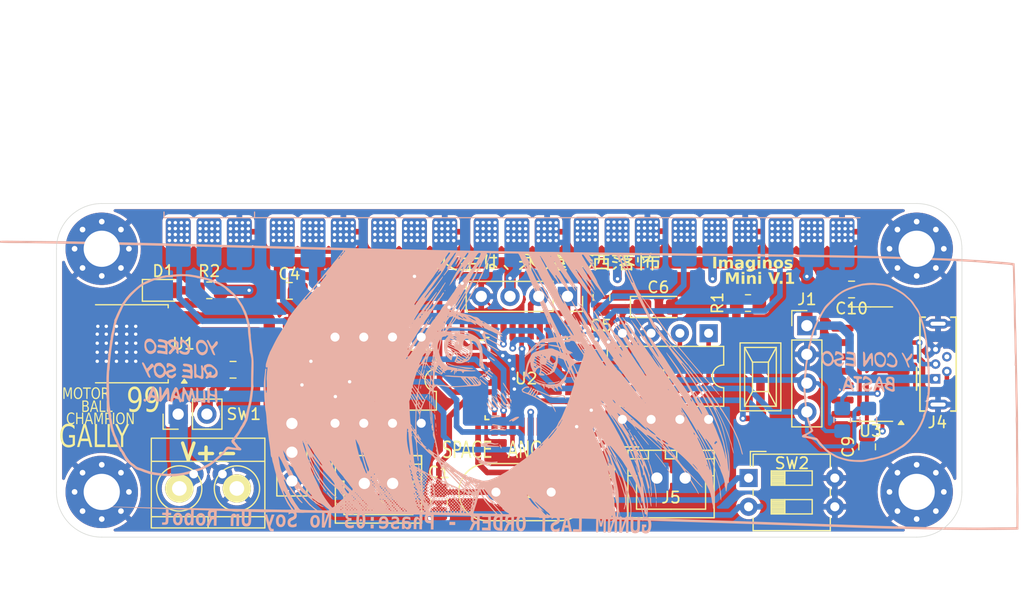
<source format=kicad_pcb>
(kicad_pcb (version 20240108) (generator "pcbnew") (generator_version "8.0")
  (layers (0 "F.Cu" signal) (31 "B.Cu" signal) (34 "B.Paste" user) (35 "F.Paste" user) (36 "B.SilkS" user "B.Silkscreen") (37 "F.SilkS" user "F.Silkscreen") (38 "B.Mask" user) (39 "F.Mask" user) (44 "Edge.Cuts" user))
  (net 0 "")
  (net 1 "/XTAL1")
  (net 2 "GND")
  (net 3 "/XTAL2")
  (net 4 "Net-(SW1-B)")
  (net 5 "+5V")
  (net 6 "VCC")
  (net 7 "Net-(D1-A)")
  (net 8 "TXD")
  (net 9 "RXD")
  (net 10 "/SCL")
  (net 11 "/SDA")
  (net 12 "/SENSOR1")
  (net 13 "/OUTM1A")
  (net 14 "/OUTM1B")
  (net 15 "/OUTM2B")
  (net 16 "/OUTM2A")
  (net 17 "/SENSOR2")
  (net 18 "/SENSOR5")
  (net 19 "/SENSOR6")
  (net 20 "/SENSOR3")
  (net 21 "/SENSOR4")
  (net 22 "/SENSOR7")
  (net 23 "/SERVO")
  (net 24 "/RESET")
  (net 25 "/M1A")
  (net 26 "/M1B")
  (net 28 "/M2A")
  (net 31 "/M2B")
  (net 34 "/DIP1")
  (net 35 "/DIP2")
  (net 36 "Net-(U3-V3)")
  (net 42 "/Programador/D+")
  (net 44 "/Programador/D-")
  (net 49 "Net-(U3-TXD)")
  (net 50 "Net-(U3-RXD)")
  (footprint "Capacitor_SMD:C_0805_2012Metric_Pad1.18x1.45mm_HandSolder" (layer "F.Cu") (at 125.5 84.2 -90)
    (property "Reference" "C2")
    (property "Value" "22pF")
  )
  (footprint "Library:Smd pad vias x3" (layer "F.Cu") (at 111.15 62.55 -90)
    (property "Reference" "J11" (hide yes))
    (property "Value" "SENSOR4")
  )
  (footprint "MountingHole:MountingHole_3.2mm_M3_Pad_Via" (layer "F.Cu") (at 81 83.25)
    (property "Reference" "H3")
    (property "Value" "MountingHole_Pad" (hide yes))
  )
  (footprint "Package_DIP:DIP-8_W7.62mm" (layer "F.Cu") (at 109.23 69.56 -90)
    (property "Reference" "U5")
    (property "Value" "TA6586")
  )
  (footprint "Resistor_SMD:R_0805_2012Metric_Pad1.20x1.40mm_HandSolder" (layer "F.Cu") (at 90.5 65.425 180)
    (property "Reference" "R2")
    (property "Value" "300")
  )
  (footprint "Library:Smd pad vias x3" (layer "F.Cu") (at 129.05 62.5 -90)
    (property "Reference" "J10" (hide yes))
    (property "Value" "SENSOR3")
  )
  (footprint "Library:Smd pad vias x3" (layer "F.Cu") (at 102.19 62.55 -90)
    (property "Reference" "J7" (hide yes))
    (property "Value" "SENSOR2")
  )
  (footprint "Connector_PinHeader_2.54mm:PinHeader_1x04_P2.54mm_Vertical" (layer "F.Cu") (at 143.3 68.55)
    (property "Reference" "J1")
    (property "Value" "FTDI 232RL")
  )
  (footprint "Library:Smd pad vias x3" (layer "F.Cu") (at 137.7 62.53 -90)
    (property "Reference" "J9" (hide yes))
    (property "Value" "SENSOR6")
  )
  (footprint "Crystal:Crystal_HC49-4H_Vertical" (layer "F.Cu") (at 115.83 83.27)
    (property "Reference" "Y1")
    (property "Value" "16MHz")
  )
  (footprint "Capacitor_SMD:C_0805_2012Metric_Pad1.18x1.45mm_HandSolder" (layer "F.Cu") (at 125.15 66.05 90)
    (property "Reference" "C5")
    (property "Value" "0.1uF")
  )
  (footprint "Connector_PinHeader_2.54mm:PinHeader_1x02_P2.54mm_Vertical" (layer "F.Cu") (at 87.75 76.375 90)
    (property "Reference" "SW1")
    (property "Value" "SW_SPST")
  )
  (footprint "Package_SO:SOIC-16_3.9x9.9mm_P1.27mm" (layer "F.Cu") (at 148.925 71.95 180)
    (property "Reference" "U3")
    (property "Value" "CH340C")
  )
  (footprint "MountingHole:MountingHole_3.2mm_M3_Pad_Via" (layer "F.Cu") (at 81 61.75)
    (property "Reference" "H1")
    (property "Value" "MountingHole_Pad" (hide yes))
  )
  (footprint "Capacitor_Tantalum_SMD:CP_EIA-3216-18_Kemet-A_Pad1.58x1.35mm_HandSolder" (layer "F.Cu") (at 104.65 66.6)
    (property "Reference" "C8")
    (property "Value" "100uF")
  )
  (footprint "Capacitor_SMD:C_0805_2012Metric_Pad1.18x1.45mm_HandSolder" (layer "F.Cu") (at 148.625 79.2625 90)
    (property "Reference" "C9")
    (property "Value" "C")
  )
  (footprint "Library:Smd pad vias x3" (layer "F.Cu") (at 93 62.55 -90)
    (property "Reference" "J3" (hide yes))
    (property "Value" "SENSOR1")
  )
  (footprint "EESTN5:Pulsador_SMD_2_BAJO" (layer "F.Cu") (at 139.2 73.075 -90)
    (property "Reference" "SW_BOOT1" (hide yes))
    (property "Value" "SW_Push" (hide yes))
  )
  (footprint "Package_DIP:DIP-8_W7.62mm" (layer "F.Cu") (at 134.62 69.22 -90)
    (property "Reference" "U4")
    (property "Value" "TA6586")
  )
  (footprint "MountingHole:MountingHole_3.2mm_M3_Pad_Via" (layer "F.Cu") (at 153 61.75)
    (property "Reference" "H4")
    (property "Value" "MountingHole_Pad" (hide yes))
  )
  (footprint "Connector_JST:JST_XH_B2B-XH-A_1x02_P2.50mm_Vertical" (layer "F.Cu") (at 104.2 82.5)
    (property "Reference" "J6")
    (property "Value" "Motor 1")
  )
  (footprint "Capacitor_SMD:C_0805_2012Metric_Pad1.18x1.45mm_HandSolder" (layer "F.Cu") (at 97.725 69.4 90)
    (property "Reference" "C7")
    (property "Value" "0.1uF")
  )
  (footprint "Capacitor_Tantalum_SMD:CP_EIA-3216-18_Kemet-A_Pad1.58x1.35mm_HandSolder" (layer "F.Cu") (at 130.2 66.9)
    (property "Reference" "C6")
    (property "Value" "100uF")
  )
  (footprint "Package_TO_SOT_SMD:TO-252-2" (layer "F.Cu") (at 83.56 70.15 180)
    (property "Reference" "U1")
    (property "Value" "L7805")
  )
  (footprint "MountingHole:MountingHole_3.2mm_M3_Pad_Via" (layer "F.Cu") (at 153 83.25)
    (property "Reference" "H2")
    (property "Value" "MountingHole_Pad" (hide yes))
  )
  (footprint "EESTN5:TQFP-32_7x7mm_Pitch0.8mm" (layer "F.Cu") (at 118.5 73.225)
    (property "Reference" "U2")
    (property "Value" "ATMEGA328P-AU")
  )
  (footprint "Capacitor_SMD:C_0805_2012Metric_Pad1.18x1.45mm_HandSolder" (layer "F.Cu") (at 147.25 65.35 180)
    (property "Reference" "C10")
    (property "Value" "C")
  )
  (footprint "Connector_USB:USB_Micro-B_Wuerth_614105150721_Vertical" (layer "F.Cu") (at 154.67 73.25 90)
    (property "Reference" "J4")
    (property "Value" "USB_B_Micro" (hide yes))
  )
  (footprint "LED_SMD:LED_0805_2012Metric_Pad1.15x1.40mm_HandSolder" (layer "F.Cu") (at 86.45 65.425)
    (property "Reference" "D1")
    (property "Value" "LED")
  )
  (footprint "Capacitor_SMD:C_0805_2012Metric_Pad1.18x1.45mm_HandSolder" (layer "F.Cu") (at 92.6 72.45)
    (property "Reference" "C3" (hide yes))
    (property "Value" "10uF")
  )
  (footprint "Connector_JST:JST_XH_B2B-XH-A_1x02_P2.50mm_Vertical" (layer "F.Cu") (at 130.05 82.025)
    (property "Reference" "J5")
    (property "Value" "Motor2")
  )
  (footprint "Capacitor_SMD:C_0805_2012Metric_Pad1.18x1.45mm_HandSolder" (layer "F.Cu") (at 97.575 65.475)
    (property "Reference" "C4")
    (property "Value" "22uF")
  )
  (footprint "EESTN5:BORNERA2_DUO" (layer "F.Cu") (at 90.395 82.945)
    (property "Reference" "JE1" (hide yes))
    (property "Value" "V+-")
  )
  (footprint "Library:Smd pad vias x3" (layer "F.Cu") (at 120.2 62.55 -90)
    (property "Reference" "J8" (hide yes))
    (property "Value" "SENSOR5")
  )
  (footprint "Button_Switch_THT:SW_DIP_SPSTx02_Slide_6.7x6.64mm_W7.62mm_P2.54mm_LowProfile" (layer "F.Cu") (at 138.15 82.025)
    (property "Reference" "SW2")
    (property "Value" "SW_DIP_x02" (hide yes))
  )
  (footprint "Library:Smd pad vias x3" (layer "F.Cu") (at 146.25 62.55 -90)
    (property "Reference" "J12" (hide yes))
    (property "Value" "SENSOR7")
  )
  (footprint "Connector_PinSocket_2.54mm:PinSocket_1x04_P2.54mm_Vertical" (layer "F.Cu") (at 122.15 65.96 -90)
    (property "Reference" "J2" (hide yes))
    (property "Value" "SDD1036")
  )
  (footprint "Capacitor_SMD:C_0805_2012Metric_Pad1.18x1.45mm_HandSolder" (layer "F.Cu") (at 110.79 84.15 -90)
    (property "Reference" "C1")
    (property "Value" "22pF")
  )
  (footprint "Resistor_SMD:R_0805_2012Metric_Pad1.20x1.40mm_HandSolder" (layer "F.Cu") (at 138.1 66.55 180)
    (property "Reference" "R1")
    (property "Value" "10K" (hide yes))
  )
  (footprint "Connector_PinSocket_2.54mm:PinSocket_1x03_P2.54mm_Vertical" (layer "F.Cu") (at 97.8 77.2)
    (property "Reference" "J14")
    (property "Value" "SERVO")
  )
  (footprint "Resistor_SMD:R_0805_2012Metric_Pad1.20x1.40mm_HandSolder" (layer "B.Cu") (at 148.725 76.875 90)
    (property "Reference" "R3" (hide yes))
    (property "Value" "R")
  )
  (footprint "Resistor_SMD:R_0805_2012Metric_Pad1.20x1.40mm_HandSolder" (layer "B.Cu") (at 146.425 76.875 90)
    (property "Reference" "R4" (hide yes))
    (property "Value" "R")
  )
  (footprint "Library:Im Human" (layer "B.Cu") (at 116.888704 73.454491 180)
    (property "Reference" "G***" (hide yes))
    (property "Value" "LOGO" (hide yes))
  )
  (gr_line (start 94.5 59) (end 86.5 59) (stroke (width 0.1)) (layer "B.SilkS"))
  (gr_line (start 94.5 58.5) (end 94.5 59) (stroke (width 0.1)) (layer "B.SilkS"))
  (gr_line (start 94.5 59) (end 148 59) (stroke (width 0.1)) (layer "B.SilkS"))
  (gr_line (start 86.5 59) (end 86.5 58.5) (stroke (width 0.1)) (layer "B.SilkS"))
  (gr_line (start 77 61.75) (end 77 83.25) (stroke (width 0.05)) (layer "Edge.Cuts"))
  (gr_line (start 153 87.25) (end 81 87.25) (stroke (width 0.05)) (layer "Edge.Cuts"))
  (gr_arc (start 157 83.25) (mid 155.828427 86.078427) (end 153 87.25) (stroke (width 0.05)) (layer "Edge.Cuts"))
  (gr_arc (start 81 87.25) (mid 78.171573 86.078427) (end 77 83.25) (stroke (width 0.05)) (layer "Edge.Cuts"))
  (gr_line (start 81 57.75) (end 153 57.75) (stroke (width 0.05)) (layer "Edge.Cuts"))
  (gr_arc (start 77 61.75) (mid 78.171573 58.921573) (end 81 57.75) (stroke (width 0.05)) (layer "Edge.Cuts"))
  (gr_line (start 157 61.75) (end 157 83.25) (stroke (width 0.05)) (layer "Edge.Cuts"))
  (gr_arc (start 153 57.75) (mid 155.828427 58.921573) (end 157 61.75) (stroke (width 0.05)) (layer "Edge.Cuts"))
  (gr_text "GUNNM LAST ORDER - Phase:03 No Soy Un Robot" (at 129.64 87.15 359) (layer "B.SilkS") (effects (font (size 1.4 1.2) (thickness 0.2) (bold yes) (italic yes)) (justify left bottom mirror)))
  (gr_text "Imaginos \n" (at 134.9 63.65 0) (layer "F.SilkS") (effects (font (size 1 1) (thickness 0.2) (bold yes)) (justify left bottom)))
  (gr_text "MOTOR\n" (at 77.5 75.2 0) (layer "F.SilkS") (effects (font (size 1 0.8) (thickness 0.1) (italic yes)) (justify left bottom)))
  (gr_text "SPACE   ANGELS" (at 111.075 80.5 0) (layer "F.SilkS") (effects (font (size 1.5 1) (thickness 0.125) (italic yes)) (justify left bottom)))
  (gr_text "99" (at 83.175 76.525 0) (layer "F.SilkS") (effects (font (size 2.15 1.7) (thickness 0.1)) (justify left bottom)))
  (gr_text "CHAMPION\n" (at 77.85 77.425 0) (layer "F.SilkS") (effects (font (size 1 0.8) (thickness 0.1) (italic yes)) (justify left bottom)))
  (gr_text "BALL" (at 79.175 76.35 0) (layer "F.SilkS") (effects (font (size 1 0.8) (thickness 0.1) (italic yes)) (justify left bottom)))
  (gr_text "Mini V.1" (at 136.025 65.025 0) (layer "F.SilkS") (effects (font (size 1 1) (thickness 0.2) (bold yes)) (justify left bottom)))
  (gr_text "GALLY" (at 77.225 79.625 0) (layer "F.SilkS") (effects (font (size 2 1.45) (thickness 0.1) (italic yes)) (justify left bottom)))
  (gr_text "私の人生は、永遠の洒落怖" (at 106.34 63.77 0) (layer "F.SilkS") (effects (font (size 1.25 1.5) (thickness 0.15625)) (justify left bottom)))
  (segment (start 110.9475 83.27) (end 115.83 83.27) (width 0.5) (layer "F.Cu") (net 1))
  (segment (start 110.79 80.79) (end 110.79 82.9225) (width 0.5) (layer "F.Cu") (net 1))
  (segment (start 114.25 75.225) (end 113.075 75.225) (width 0.5) (layer "F.Cu") (net 1))
  (segment (start 111.7 79.88) (end 110.79 80.79) (width 0.5) (layer "F.Cu") (net 1))
  (segment (start 110.79 83.1125) (end 110.9475 83.27) (width 0.5) (layer "F.Cu") (net 1))
  (segment (start 113.075 75.225) (end 111.7 76.6) (width 0.5) (layer "F.Cu") (net 1))
  (segment (start 111.7 76.6) (end 111.7 79.88) (width 0.5) (layer "F.Cu") (net 1))
  (segment (start 116.05 67.48) (end 117.3 67.48) (width 0.2) (layer "F.Cu") (net 2))
  (segment (start 114.53 65.96) (end 114.53 69.08) (width 0.2) (layer "F.Cu") (net 2))
  (segment (start 118.32 66.472182) (end 118.32 65.03) (width 0.2) (layer "F.Cu") (net 2))
  (segment (start 114.53 65.96) (end 116.05 67.48) (width 0.2) (layer "F.Cu") (net 2))
  (segment (start 117.312182 67.48) (end 118.071091 66.721091) (width 0.2) (layer "F.Cu") (net 2))
  (segment (start 118.37 66.26) (end 118.35 66.28) (width 0.2) (layer "F.Cu") (net 2))
  (segment (start 117.3 67.48) (end 117.312182 67.48) (width 0.2) (layer "F.Cu") (net 2))
  (segment (start 114.53 69.08) (end 114.57 69.12) (width 0.2) (layer "F.Cu") (net 2))
  (via (at 83.2 71.7) (size 0.6) (drill 0.3) (layers "F.Cu" "B.Cu") (net 2))
  (via (at 81.4 70.1) (size 0.6) (drill 0.3) (layers "F.Cu" "B.Cu") (net 2))
  (via (at 83.2 70.1) (size 0.6) (drill 0.3) (layers "F.Cu" "B.Cu") (net 2))
  (via (at 84 69.3) (size 0.6) (drill 0.3) (layers "F.Cu" "B.Cu") (net 2))
  (via (at 80.654072 68.608178) (size 0.6) (drill 0.3) (layers "F.Cu" "B.Cu") (net 2))
  (via (at 82.3 68.608178) (size 0.6) (drill 0.3) (layers "F.Cu" "B.Cu") (net 2))
  (via (at 82.3 70.9) (size 0.6) (drill 0.3) (layers "F.Cu" "B.Cu") (net 2))
  (via (at 81.4 70.9) (size 0.6) (drill 0.3) (layers "F.Cu" "B.Cu") (net 2))
  (via (at 117.32 72.38) (size 0.6) (drill 0.3) (layers "F.Cu" "B.Cu") (net 2))
  (via (at 117.41 73.24) (size 0.6) (drill 0.3) (layers "F.Cu" "B.Cu") (net 2))
  (via (at 83.2 68.608178) (size 0.6) (drill 0.3) (layers "F.Cu" "B.Cu") (net 2))
  (via (at 84 71.7) (size 0.6) (drill 0.3) (layers "F.Cu" "B.Cu") (net 2))
  (via (at 80.6 71.7) (size 0.6) (drill 0.3) (layers "F.Cu" "B.Cu") (net 2))
  (via (at 80.6 69.3) (size 0.6) (drill 0.3) (layers "F.Cu" "B.Cu") (net 2))
  (via (at 84 70.9) (size 0.6) (drill 0.3) (layers "F.Cu" "B.Cu") (net 2))
  (via (at 116.43 71.2) (size 0.6) (drill 0.3) (layers "F.Cu" "B.Cu") (net 2))
  (via (at 82.3 71.7) (size 0.6) (drill 0.3) (layers "F.Cu" "B.Cu") (net 2))
  (via (at 80.6 70.1) (size 0.6) (drill 0.3) (layers "F.Cu" "B.Cu") (net 2))
  (via (at 81.4 71.7) (size 0.6) (drill 0.3) (layers "F.Cu" "B.Cu") (net 2))
  (via (at 83.2 69.3) (size 0.6) (drill 0.3) (layers "F.Cu" "B.Cu") (net 2))
  (via (at 117.46 74.16) (size 0.6) (drill 0.3) (layers "F.Cu" "B.Cu") (net 2))
  (via (at 80.6 70.9) (size 0.6) (drill 0.3) (layers "F.Cu" "B.Cu") (net 2))
  (via (at 117.02 71.62) (size 0.6) (drill 0.3) (layers "F.Cu" "B.Cu") (net 2))
  (via (at 114.57 69.12) (size 0.6) (drill 0.3) (layers "F.Cu" "B.Cu") (net 2))
  (via (at 82.3 70.1) (size 0.6) (drill 0.3) (layers "F.Cu" "B.Cu") (net 2))
  (via (at 81.4 68.608178) (size 0.6) (drill 0.3) (layers "F.Cu" "B.Cu") (net 2))
  (via (at 81.4 69.3) (size 0.6) (drill 0.3) (layers "F.Cu" "B.Cu") (net 2))
  (via (at 82.3 69.3) (size 0.6) (drill 0.3) (layers "F.Cu" "B.Cu") (net 2))
  (via (at 84 68.608178) (size 0.6) (drill 0.3) (layers "F.Cu" "B.Cu") (net 2))
  (via (at 84 70.1) (size 0.6) (drill 0.3) (layers "F.Cu" "B.Cu") (net 2))
  (via (at 83.2 70.9) (size 0.6) (drill 0.3) (layers "F.Cu" "B.Cu") (net 2))
  (segment (start 114.57 69.34) (end 114.57 69.12) (width 0.2) (layer "B.Cu") (net 2))
  (segment (start 117.41 74.11) (end 117.46 74.16) (width 0.2) (layer "B.Cu") (net 2))
  (segment (start 117.02 72.08) (end 117.32 72.38) (width 0.2) (layer "B.Cu") (net 2))
  (segment (start 116.6 71.2) (end 117.02 71.62) (width 0.2) (layer "B.Cu") (net 2))
  (segment (start 116.43 71.2) (end 116.6 71.2) (width 0.2) (layer "B.Cu") (net 2))
  (segment (start 116.43 71.2) (end 114.57 69.34) (width 0.2) (layer "B.Cu") (net 2))
  (segment (start 117.32 72.38) (end 117.32 73.15) (width 0.2) (layer "B.Cu") (net 2))
  (segment (start 117.02 71.62) (end 117.02 72.08) (width 0.2) (layer "B.Cu") (net 2))
  (segment (start 117.32 73.15) (end 117.41 73.24) (width 0.2) (layer "B.Cu") (net 2))
  (segment (start 117.41 73.24) (end 117.41 74.11) (width 0.2) (layer "B.Cu") (net 2))
  (segment (start 125.72 83.1625) (end 125.82 83.2625) (width 0.5) (layer "F.Cu") (net 3))
  (segment (start 114.25 80.72) (end 115.06 81.53) (width 0.5) (layer "F.Cu") (net 3))
  (segment (start 120.71 82.01) (end 120.71 83.27) (width 0.5) (layer "F.Cu") (net 3))
  (segment (start 120.23 81.53) (end 120.71 82.01) (width 0.5) (layer "F.Cu") (net 3))
  (segment (start 114.25 76.025) (end 114.25 80.72) (width 0.5) (layer "F.Cu") (net 3))
  (segment (start 120.8175 83.1625) (end 125.72 83.1625) (width 0.5) (layer "F.Cu") (net 3))
  (segment (start 115.06 81.53) (end 120.23 81.53) (width 0.5) (layer "F.Cu") (net 3))
  (segment (start 120.71 83.27) (end 120.8175 83.1625) (width 0.5) (layer "F.Cu") (net 3))
  (segment (start 91.5625 72.45) (end 91.5425 72.43) (width 1) (layer "F.Cu") (net 4))
  (segment (start 90.315 75.035) (end 91.5625 73.7875) (width 1) (layer "F.Cu") (net 4))
  (segment (start 91.5425 72.43) (end 88.6 72.43) (width 1) (layer "F.Cu") (net 4))
  (segment (start 91.5625 73.7875) (end 91.5625 72.45) (width 1) (layer "F.Cu") (net 4))
  (segment (start 90.315 76.55) (end 90.315 75.035) (width 1) (layer "F.Cu") (net 4))
  (segment (start 147.95 76.25) (end 147.95 67.175) (width 0.4) (layer "F.Cu") (net 5))
  (segment (start 95.8 79.325) (end 96.215 79.74) (width 1) (layer "F.Cu") (net 5))
  (segment (start 111.895 74.425) (end 110.85 73.38) (width 0.5) (layer "F.Cu") (net 5))
  (segment (start 96.6725 65) (end 96.7 64.9725) (width 1) (layer "F.Cu") (net 5))
  (segment (start 114.25 72.825) (end 111.535 72.825) (width 0.5) (layer "F.Cu") (net 5))
  (segment (start 146.5 76.345) (end 147.855 76.345) (width 0.4) (layer "F.Cu") (net 5))
  (segment (start 100.36 63) (end 108.47 63) (width 1) (layer "F.Cu") (net 5))
  (segment (start 96.7 64.9725) (end 96.7 63) (width 1) (layer "F.Cu") (net 5))
  (segment (start 110.85 73.38) (end 110.85 71.345) (width 0.5) (layer "F.Cu") (net 5))
  (segment (start 96.6725 65) (end 96.6725 63.0275) (width 0.75) (layer "F.Cu") (net 5))
  (segment (start 117.07 65.45) (end 117.07 63.52) (width 1) (layer "F.Cu") (net 5))
  (segment (start 110.85 71.345) (end 110.84 71.335) (width 0.5) (layer "F.Cu") (net 5))
  (segment (start 146.2625 66.4625) (end 146.2625 65.3) (width 0.4) (layer "F.Cu") (net 5))
  (segment (start 116.285 75.225) (end 115.485 74.425) (width 0.5) (layer "F.Cu") (net 5))
  (segment (start 139.1 63.725) (end 139.825 63) (width 0.75) (layer "F.Cu") (net 5))
  (segment (start 134.97 64.410268) (end 134.97 63) (width 0.75) (layer "F.Cu") (net 5))
  (segment (start 117.59 63) (end 126.6 63) (width 1) (layer "F.Cu") (net 5))
  (segment (start 108.63 63.03) (end 108.6 63) (width 1) (layer "F.Cu") (net 5))
  (segment (start 114.25 74.425) (end 111.895 74.425) (width 0.5) (layer "F.Cu") (net 5))
  (segment (start 111.535 72.825) (end 110.85 72.14) (width 0.5) (layer "F.Cu") (net 5))
  (segment (start 94.025 66.225) (end 95.67 67.87) (width 1) (layer "F.Cu") (net 5))
  (segment (start 94.025 65.425) (end 96.2475 65.425) (width 1) (layer "F.Cu") (net 5))
  (segment (start 115.485 74.425) (end 114.25 74.425) (width 0.5) (layer "F.Cu") (net 5))
  (segment (start 110.84 71.335) (end 110.84 63.495) (width 0.5) (layer "F.Cu") (net 5))
  (segment (start 147.95 67.175) (end 147.58 66.805) (width 0.4) (layer "F.Cu") (net 5))
  (segment (start 122.75 75.225) (end 116.285 75.225) (width 0.5) (layer "F.Cu") (net 5))
  (segment (start 142.099732 63) (end 143.3 64.200268) (width 1) (layer "F.Cu") (net 5))
  (segment (start 126.57 64.410268) (end 126.57 63.03) (width 0.75) (layer "F.Cu") (net 5))
  (segment (start 144.449732 65.35) (end 143.3 64.200268) (width 0.75) (layer "F.Cu") (net 5))
  (segment (start 139.825 63) (end 142.099732 63) (width 1) (layer "F.Cu") (net 5))
  (segment (start 126.6 63) (end 134.97 63) (width 1) (layer "F.Cu") (net 5))
  (segment (start 96.6725 63.0275) (end 96.7 63) (width 0.75) (layer "F.Cu") (net 5))
  (segment (start 147.855 76.345) (end 147.95 76.25) (width 0.4) (layer "F.Cu") (net 5))
  (segment (start 134.97 63) (end 139.825 63) (width 1) (layer "F.Cu") (net 5))
  (segment (start 108.63 64.190268) (end 108.63 63.03) (width 1) (layer "F.Cu") (net 5))
  (segment (start 146.605 66.805) (end 146.2625 66.4625) (width 0.4) (layer "F.Cu") (net 5))
  (segment (start 108.47 63) (end 116.55 63) (width 1) (layer "F.Cu") (net 5))
  (segment (start 100.36 63) (end 100.16 63.2) (width 1) (layer "F.Cu") (net 5))
  (segment (start 95.67 67.87) (end 95.8 68) (width 1) (layer "F.Cu") (net 5))
  (segment (start 94.025 65.425) (end 94.025 66.225) (width 1) (layer "F.Cu") (net 5))
  (segment (start 100.16 63.2) (end 100.16 64.98) (width 1) (layer "F.Cu") (net 5))
  (segment (start 139.1 66.55) (end 139.1 63.725) (width 0.75) (layer "F.Cu") (net 5))
  (segment (start 96.7 63) (end 100.36 63) (width 1) (layer "F.Cu") (net 5))
  (segment (start 116.55 63) (end 117.07 63.52) (width 1) (layer "F.Cu") (net 5))
  (segment (start 96.2475 65.425) (end 96.6725 65) (width 1) (layer "F.Cu") (net 5))
  (segment (start 126.57 63.03) (end 126.6 63) (width 0.75) (layer "F.Cu") (net 5))
  (segment (start 95.8 68) (end 95.8 79.325) (width 1) (layer "F.Cu") (net 5))
  (segment (start 108.6 63) (end 108.47 63) (width 1) (layer "F.Cu") (net 5))
  (segment (start 143.3 64.200268) (end 143.3 68.55) (width 1) (layer "F.Cu") (net 5))
  (segment (start 147.58 66.805) (end 146.605 66.805) (width 0.4) (layer "F.Cu") (net 5))
  (segment (start 96.215 79.74) (end 97.4 79.74) (width 1) (layer "F.Cu") (net 5))
  (segment (start 94.025 65.425) (end 91.5 65.425) (width 1) (layer "F.Cu") (net 5))
  (segment (start 146.2125 65.35) (end 144.449732 65.35) (width 0.75) (layer "F.Cu") (net 5))
  (segment (start 110.85 72.14) (end 110.85 71.345) (width 0.5) (layer "F.Cu") (net 5))
  (segment (start 117.07 63.52) (end 117.59 63) (width 1) (layer "F.Cu") (net 5))
  (segment (start 88.6 67.87) (end 95.67 67.87) (width 1) (layer "F.Cu") (net 5))
  (via (at 100.16 64.98) (size 0.6) (drill 0.3) (layers "F.Cu" "B.Cu") (net 5))
  (via (at 134.97 64.410268) (size 0.6) (drill 0.3) (layers "F.Cu" "B.Cu") (net 5))
  (via (at 108.63 64.190268) (size 0.6) (drill 0.3) (layers "F.Cu" "B.Cu") (net 5))
  (via (at 94.025 65.425) (size 0.6) (drill 0.3) (layers "F.Cu" "B.Cu") (net 5))
  (via (at 126.57 64.410268) (size 0.6) (drill 0.3) (layers "F.Cu" "B.Cu") (net 5))
  (via (at 143.3 64.200268) (size 0.6) (drill 0.3) (layers "F.Cu" "B.Cu") (net 5))
  (via (at 117.07 64.36) (size 0.6) (drill 0.3) (layers "F.Cu" "B.Cu") (net 5))
  (segment (start 134.99 61.55) (end 134.96 61.58) (width 1) (layer "B.Cu") (net 5))
  (segment (start 91.025 65.425) (end 90.39 64.79) (width 0.75) (layer "B.Cu") (net 5))
  (segment (start 117.07 64.36) (end 117.07 65.96) (width 0.75) (layer "B.Cu") (net 5))
  (segment (start 117.7 63.675) (end 117.7 61.21) (width 0.75) (layer "B.Cu") (net 5))
  (segment (start 126.54 64.380268) (end 126.54 61.58) (width 0.75) (layer "B.Cu") (net 5))
  (segment (start 143.46 64.040268) (end 143.46 61.575) (width 0.75) (layer "B.Cu") (net 5))
  (segment (start 108.63 64.190268) (end 108.63 61.38) (width 0.75) (layer "B.Cu") (net 5))
  (segment (start 126.57 64.410268) (end 126.54 64.380268) (width 0.75) (layer "B.Cu") (net 5))
  (segment (start 143.53 61.505) (end 143.46 61.575) (width 1) (layer "B.Cu") (net 5))
  (segment (start 147.07 72.54) (end 147.07 69.4) (width 0.75) (layer "B.Cu") (net 5))
  (segment (start 90.39 64.79) (end 90.39 61.58) (width 0.75) (layer "B.Cu") (net 5))
  (segment (start 94.025 65.425) (end 91.025 65.425) (width 0.75) (layer "B.Cu") (net 5))
  (segment (start 117.07 64.305) (end 117.7 63.675) (width 0.75) (layer "B.Cu") (net 5))
  (segment (start 99.83 64.98) (end 100.16 64.98) (width 0.75) (layer "B.Cu") (net 5))
  (segment (start 117.7 61.21) (end 117.68 61.19) (width 1) (layer "B.Cu") (net 5))
  (segment (start 147.07 69.4) (end 146.22 68.55) (width 0.75) (layer "B.Cu") (net 5))
  (segment (start 126.59 61.53) (end 126.54 61.58) (width 1) (layer "B.Cu") (net 5))
  (segment (start 147.78 73.25) (end 147.07 72.54) (width 0.75) (layer "B.Cu") (net 5))
  (segment (start 99.67 64.82) (end 99.83 64.98) (width 0.75) (layer "B.Cu") (net 5))
  (segment (start 90.36 61.55) (end 90.39 61.58) (width 1) (layer "B.Cu") (net 5))
  (segment (start 99.67 61.19) (end 99.67 64.82) (width 0.75) (layer "B.Cu") (net 5))
  (segment (start 134.97 64.410268) (end 134.97 61.59) (width 0.75) (layer "B.Cu") (net 5))
  (segment (start 154.67 73.25) (end 147.78 73.25) (width 0.75) (layer "B.Cu") (net 5))
  (segment (start 108.43 61.55) (end 108.46 61.58) (width 1) (layer "B.Cu") (net 5))
  (segment (start 143.3 64.200268) (end 143.46 64.040268) (width 0.75) (layer "B.Cu") (net 5))
  (segment (start 134.97 61.59) (end 134.96 61.58) (width 0.75) (layer "B.Cu") (net 5))
  (segment (start 117.07 64.36) (end 117.07 64.305) (width 0.75) (layer "B.Cu") (net 5))
  (segment (start 108.45 61.2) (end 108.63 61.38) (width 1) (layer "B.Cu") (net 5))
  (segment (start 146.22 68.55) (end 143.3 68.55) (width 0.75) (layer "B.Cu") (net 5))
  (segment (start 127 67.525) (end 127.635 66.89) (width 0.5) (layer "F.Cu") (net 6))
  (segment (start 128.7525 66.89) (end 125.485 66.89) (width 0.5) (layer "F.Cu") (net 6))
  (segment (start 101.61 69.56) (end 101.61 67.09) (width 1) (layer "F.Cu") (net 6))
  (segment (start 128.7625 66.9) (end 128.7525 66.89) (width 0.5) (layer "F.Cu") (net 6))
  (segment (start 127 69.22) (end 127 67.525) (width 0.5) (layer "F.Cu") (net 6))
  (segment (start 102.1 66.6) (end 103.2125 66.6) (width 1) (layer "F.Cu") (net 6))
  (segment (start 127.635 66.89) (end 128.7525 66.89) (width 0.5) (layer "F.Cu") (net 6))
  (segment (start 101.61 67.09) (end 102.1 66.6) (width 1) (layer "F.Cu") (net 6))
  (segment (start 99.865 69.56) (end 98.9875 70.4375) (width 1) (layer "F.Cu") (net 6))
  (segment (start 98.9875 70.4375) (end 97.725 70.4375) (width 1) (layer "F.Cu") (net 6))
  (segment (start 101.61 69.56) (end 99.865 69.56) (width 1) (layer "F.Cu") (net 6))
  (segment (start 87.75 75.45) (end 88.41 74.79) (width 1) (layer "B.Cu") (net 6))
  (segment (start 87.855 82.945) (end 89.125 81.675) (width 1.5) (layer "B.Cu") (net 6))
  (segment (start 122.41 70.43) (end 123.15 71.17) (width 1) (layer "B.Cu") (net 6))
  (segment (start 122.41 69.46) (end 122.41 70.43) (width 1) (layer "B.Cu") (net 6))
  (segment (start 101.61 69.56) (end 101.61 68.34) (width 1) (layer "B.Cu") (net 6))
  (segment (start 87.855 82.945) (end 87.855 76.48) (width 1.5) (layer "B.Cu") (net 6))
  (segment (start 120.87 67.92) (end 122.41 69.46) (width 1) (layer "B.Cu") (net 6))
  (segment (start 102.03 67.92) (end 120.87 67.92) (width 1) (layer "B.Cu") (net 6))
  (segment (start 127 70.75) (end 127 69.22) (width 1) (layer "B.Cu") (net 6))
  (segment (start 100.06 74.79) (end 101.61 73.24) (width 1) (layer "B.Cu") (net 6))
  (segment (start 87.75 80.3) (end 87.75 76.375) (width 1.5) (layer "B.Cu") (net 6))
  (segment (start 101.61 73.24) (end 101.61 69.56) (width 1) (layer "B.Cu") (net 6))
  (segment (start 89.125 81.675) (end 87.75 80.3) (width 1.5) (layer "B.Cu") (net 6))
  (segment (start 123.15 71.17) (end 126.58 71.17) (width 1) (layer "B.Cu") (net 6))
  (segment (start 87.75 76.375) (end 87.75 75.45) (width 1) (layer "B.Cu") (net 6))
  (segment (start 87.855 76.48) (end 87.75 76.375) (width 1.5) (layer "B.Cu") (net 6))
  (segment (start 88.41 74.79) (end 100.06 74.79) (width 1) (layer "B.Cu") (net 6))
  (segment (start 101.61 68.34) (end 102.03 67.92) (width 1) (layer "B.Cu") (net 6))
  (segment (start 101.6125 69.5625) (end 101.61 69.56) (width 1.5) (layer "B.Cu") (net 6))
  (segment (start 126.58 71.17) (end 127 70.75) (width 1) (layer "B.Cu") (net 6))
  (segment (start 87.475 65.425) (end 89.5 65.425) (width 0.75) (layer "F.Cu") (net 7))
  (segment (start 116.5 70.17) (end 116.49 70.18) (width 0.4) (layer "F.Cu") (net 8))
  (segment (start 116.5 68.975) (end 116.5 70.17) (width 0.4) (layer "F.Cu") (net 8))
  (via (at 116.49 70.18) (size 0.6) (drill 0.3) (layers "F.Cu" "B.Cu") (net 8))
  (segment (start 144.975 77.875) (end 144.675 77.575) (width 0.35) (layer "B.Cu") (net 8))
  (segment (start 119.356631 69) (end 116.85 69) (width 0.5) (layer "B.Cu") (net 8))
  (segment (start 122 73.36) (end 119.89 71.25) (width 0.5) (layer "B.Cu") (net 8))
  (segment (start 119.89 71.25) (end 119.89 69.533369) (width 0.5) (layer "B.Cu") (net 8))
  (segment (start 144.675 77.575) (end 144.675 74.025) (width 0.35) (layer "B.Cu") (net 8))
  (segment (start 143.355 73.575) (end 143.3 73.63) (width 0.2) (layer "B.Cu") (net 8))
  (segment (start 143.3 73.63) (end 143.03 73.36) (width 0.5) (layer "B.Cu") (net 8))
  (segment (start 119.89 69.533369) (end 119.356631 69) (width 0.5) (layer "B.Cu") (net 8))
  (segment (start 146.15 77.875) (end 144.975 77.875) (width 0.35) (layer "B.Cu") (net 8))
  (segment (start 116.85 69) (end 116.49 69.36) (width 0.5) (layer "B.Cu") (net 8))
  (segment (start 144.28 73.63) (end 143.3 73.63) (width 0.35) (layer "B.Cu") (net 8))
  (segment (start 143.03 73.36) (end 122 73.36) (width 0.5) (layer "B.Cu") (net 8))
  (segment (start 144.675 74.025) (end 144.28 73.63) (width 0.35) (layer "B.Cu") (net 8))
  (segment (start 116.49 69.36) (end 116.49 70.18) (width 0.5) (layer "B.Cu") (net 8))
  (segment (start 117.3 68.975) (end 117.3 70.53) (width 0.4) (layer "F.Cu") (net 9))
  (segment (start 117.3 70.55) (end 117.3 70.57) (width 0.2) (layer "F.Cu") (net 9))
  (segment (start 117.31 70.54) (end 117.3 70.55) (width 0.2) (layer "F.Cu") (net 9))
  (segment (start 117.3 70.53) (end 117.31 70.54) (width 0.4) (layer "F.Cu") (net 9))
  (via (at 117.31 70.54) (size 0.6) (drill 0.3) (layers "F.Cu" "B.Cu") (net 9))
  (segment (start 118.63 69.8) (end 117.63 69.8) (width 0.5) (layer "B.Cu") (net 9))
  (segment (start 147.5 78.95) (end 147.225 79.225) (width 0.35) (layer "B.Cu") (net 9))
  (segment (start 119.16 72.15) (end 119.16 70.33) (width 0.5) (layer "B.Cu") (net 9))
  (segment (start 121.11 74.1) (end 119.16 72.15) (width 0.5) (layer "B.Cu") (net 9))
  (segment (start 143.3 76.17) (end 140.21 76.17) (width 0.5) (layer "B.Cu") (net 9))
  (segment (start 144.6 79.225) (end 143.3 77.925) (width 0.35) (layer "B.Cu") (net 9))
  (segment (start 147.775 75.875) (end 147.5 76.15) (width 0.35) (layer "B.Cu") (net 9))
  (segment (start 147.225 79.225) (end 144.6 79.225) (width 0.35) (layer "B.Cu") (net 9))
  (segment (start 119.16 70.33) (end 118.63 69.8) (width 0.5) (layer "B.Cu") (net 9))
  (segment (start 147.5 76.15) (end 147.5 78.95) (width 0.35) (layer "B.Cu") (net 9))
  (segment (start 117.31 70.12) (end 117.31 70.54) (width 0.5) (layer "B.Cu") (net 9))
  (segment (start 140.21 76.17) (end 138.14 74.1) (width 0.5) (layer "B.Cu") (net 9))
  (segment (start 143.3 77.925) (end 143.3 76.17) (width 0.35) (layer "B.Cu") (net 9))
  (segment (start 149.1 75.875) (end 147.775 75.875) (width 0.35) (layer "B.Cu") (net 9))
  (segment (start 117.63 69.8) (end 117.31 70.12) (width 0.5) (layer "B.Cu") (net 9))
  (segment (start 138.14 74.1) (end 121.11 74.1) (width 0.5) (layer "B.Cu") (net 9))
  (segment (start 118.9 66.67) (end 119.61 65.96) (width 0.5) (layer "F.Cu") (net 10))
  (segment (start 119.61 65.96) (end 119.61 65.45) (width 0.5) (layer "F.Cu") (net 10))
  (segment (start 118.9 68.975) (end 118.9 66.67) (width 0.5) (layer "F.Cu") (net 10))
  (segment (start 119.7 68.975) (end 119.7 67.8) (width 0.5) (layer "F.Cu") (net 11))
  (segment (start 119.7 67.8) (end 120.05 67.45) (width 0.5) (layer "F.Cu") (net 11))
  (segment (start 122.15 67.18) (end 122.15 65.45) (width 0.5) (layer "F.Cu") (net 11))
  (segment (start 121.88 67.45) (end 122.15 67.18) (width 0.5) (layer "F.Cu") (net 11))
  (segment (start 120.05 67.45) (end 121.88 67.45) (width 0.5) (layer "F.Cu") (net 11))
  (segment (start 99.07 74.82) (end 98.69 74.44) (width 0.5) (layer "F.Cu") (net 12))
  (segment (start 117.29 79.51) (end 117.29 79.17) (width 0.2) (layer "F.Cu") (net 12))
  (segment (start 98.69 74.44) (end 98.69 73.79) (width 0.5) (layer "F.Cu") (net 12))
  (segment (start 101.64 74.82) (end 101.6 74.82) (width 0.2) (layer "F.Cu") (net 12))
  (segment (start 101.6 74.82) (end 99.07 74.82) (width 0.5) (layer "F.Cu") (net 12))
  (segment (start 117.29 77.485) (end 117.3 77.475) (width 0.2) (layer "F.Cu") (net 12))
  (segment (start 117.29 79.51) (end 117.29 77.485) (width 0.4) (layer "F.Cu") (net 12))
  (via (at 101.64 74.82) (size 0.6) (drill 0.3) (layers "F.Cu" "B.Cu") (net 12))
  (via (at 117.29 79.51) (size 0.6) (drill 0.3) (layers "F.Cu" "B.Cu") (net 12))
  (via (at 98.69 73.79) (size 0.6) (drill 0.3) (layers "F.Cu" "B.Cu") (net 12))
  (segment (start 111.2 76.22) (end 109.83 74.85) (width 0.5) (layer "B.Cu") (net 12))
  (segment (start 111.2 78.3) (end 111.2 76.22) (width 0.5) (layer "B.Cu") (net 12))
  (segment (start 117.29 79.51) (end 112.41 79.51) (width 0.5) (layer "B.Cu") (net 12))
  (segment (start 87.85 66.1) (end 89.9 68.15) (width 0.5) (layer "B.Cu") (net 12))
  (segment (start 98.66 73.79) (end 98.69 73.79) (width 0.2) (layer "B.Cu") (net 12))
  (segment (start 101.66 74.85) (end 101.69 74.85) (width 0.2) (layer "B.Cu") (net 12))
  (segment (start 112.41 79.51) (end 111.2 78.3) (width 0.5) (layer "B.Cu") (net 12))
  (segment (start 101.72 74.85) (end 101.64 74.82) (width 0.2) (layer "B.Cu") (net 12))
  (segment (start 109.83 74.85) (end 101.72 74.85) (width 0.5) (layer "B.Cu") (net 12))
  (segment (start 98.69 73.79) (end 98.69 73.82) (width 0.2) (layer "B.Cu") (net 12))
  (segment (start 98.69 73.82) (end 98.71 73.84) (width 0.2) (layer "B.Cu") (net 12))
  (segment (start 87.85 61.58) (end 87.85 66.1) (width 0.5) (layer "B.Cu") (net 12))
  (segment (start 97.075 68.15) (end 98.66 69.735) (width 0.5) (layer "B.Cu") (net 12))
  (segment (start 98.66 69.735) (end 98.66 73.79) (width 0.5) (layer "B.Cu") (net 12))
  (segment (start 101.64 74.82) (end 101.66 74.85) (width 0.2) (layer "B.Cu") (net 12))
  (segment (start 89.9 68.15) (end 97.075 68.15) (width 0.5) (layer "B.Cu") (net 12))
  (segment (start 99.48 73.23) (end 99.76 73.51) (width 0.5) (layer "F.Cu") (net 17))
  (segment (start 99.48 71.7) (end 99.48 73.23) (width 0.5) (layer "F.Cu") (net 17))
  (segment (start 118.1 79.16) (end 118.1 77.475) (width 0.4) (layer "F.Cu") (net 17))
  (segment (start 99.76 73.51) (end 102.9 73.51) (width 0.5) (layer "F.Cu") (net 17))
  (via (at 118.1 79.16) (size 0.6) (drill 0.3) (layers "F.Cu" "B.Cu") (net 17))
  (via (at 99.48 71.7) (size 0.6) (drill 0.3) (layers "F.Cu" "B.Cu") (net 17))
  (via (at 102.9 73.51) (size 0.6) (drill 0.3) (layers "F.Cu" "B.Cu") (net 17))
  (segment (start 97 61.58) (end 97 66.325) (width 0.5) (layer "B.Cu") (net 17))
  (segment (start 97 66.325) (end 99.48 68.805) (width 0.5) (layer "B.Cu") (net 17))
  (segment (start 112.35 75.1) (end 110.76 73.51) (width 0.5) (layer "B.Cu") (net 17))
  (segment (start 118.1 78.25) (end 117.8 77.95) (width 0.5) (layer "B.Cu") (net 17))
  (segment (start 110.76 73.51) (end 102.9 73.51) (width 0.5) (layer "B.Cu") (net 17))
  (segment (start 99.48 68.805) (end 99.48 71.7) (width 0.5) (layer "B.Cu") (net 17))
  (segment (start 112.85 77.95) (end 112.35 77.45) (width 0.5) (layer "B.Cu") (net 17))
  (segment (start 102.9 73.51) (end 102.9 73.49) (width 0.2) (layer "B.Cu") (net 17))
  (segment (start 99.48 71.7) (end 99.49 71.71) (width 0.2) (layer "B.Cu") (net 17))
  (segment (start 112.35 77.45) (end 112.35 75.1) (width 0.5) (layer "B.Cu") (net 17))
  (segment (start 118.1 79.16) (end 118.1 78.25) (width 0.5) (layer "B.Cu") (net 17))
  (segment (start 117.8 77.95) (end 112.85 77.95) (width 0.5) (layer "B.Cu") (net 17))
  (segment (start 113.375 70.425) (end 114.25 70.425) (width 0.4) (layer "F.Cu") (net 18))
  (segment (start 112.84 64.8) (end 112.84 69.89) (width 0.4) (layer "F.Cu") (net 18))
  (segment (start 112.84 69.89) (end 113.375 70.425) (width 0.4) (layer "F.Cu") (net 18))
  (via (at 112.84 64.8) (size 0.6) (drill 0.3) (layers "F.Cu" "B.Cu") (net 18))
  (segment (start 114.985 64.095) (end 114.985 61.645) (width 0.5) (layer "B.Cu") (net 18))
  (segment (start 112.84 64.8) (end 112.84 64.46) (width 0.5) (layer "B.Cu") (net 18))
  (segment (start 113.11 64.19) (end 114.89 64.19) (width 0.5) (layer "B.Cu") (net 18))
  (segment (start 114.89 64.19) (end 114.985 64.095) (width 0.5) (layer "B.Cu") (net 18))
  (segment (start 112.84 64.46) (end 113.11 64.19) (width 0.5) (layer "B.Cu") (net 18))
  (segment (start 124.555 70.425) (end 124.69 70.29) (width 0.4) (layer "F.Cu") (net 19))
  (segment (start 124.69 70.29) (end 124.69 69.74) (width 0.4) (layer "F.Cu") (net 19))
  (segment (start 122.75 70.425) (end 124.555 70.425) (width 0.4) (layer "F.Cu") (net 19))
  (via (at 124.69 69.74) (size 0.6) (drill 0.3) (layers "F.Cu" "B.Cu") (net 19))
  (segment (start 132.42 61.58) (end 132.42 64.99) (width 0.5) (layer "B.Cu") (net 19))
  (segment (start 124.69 67.449949) (end 124.69 69.74) (width 0.5) (layer "B.Cu") (net 19))
  (segment (start 126.189949 65.95) (end 124.69 67.449949) (width 0.5) (layer "B.Cu") (net 19))
  (segment (start 124.69 69.74) (end 124.76 69.75) (width 0.2) (layer "B.Cu") (net 19))
  (segment (start 132.42 64.99) (end 131.46 65.95) (width 0.5) (layer "B.Cu") (net 19))
  (segment (start 131.46 65.95) (end 126.189949 65.95) (width 0.5) (layer "B.Cu") (net 19))
  (segment (start 123.665 68.975) (end 123.67 68.97) (width 0.2) (layer "F.Cu") (net 20))
  (segment (start 123.66 68.99) (end 123.645 68.975) (width 0.2) (layer "F.Cu") (net 20))
  (segment (start 123.66 68.99) (end 123.665 68.985) (width 0.2) (layer "F.Cu") (net 20))
  (segment (start 123.645 68.975) (end 121.3 68.975) (width 0.4) (layer "F.Cu") (net 20))
  (segment (start 123.665 68.985) (end 123.665 68.975) (width 0.2) (layer "F.Cu") (net 20))
  (via (at 123.66 68.99) (size 0.6) (drill 0.3) (layers "F.Cu" "B.Cu") (net 20))
  (segment (start 123.66 61.92) (end 123.82 61.76) (width 0.5) (layer "B.Cu") (net 20))
  (segment (start 123.66 68.99) (end 123.66 61.92) (width 0.5) (layer "B.Cu") (net 20))
  (segment (start 111.69 70.24) (end 112.675 71.225) (width 0.4) (layer "F.Cu") (net 21))
  (segment (start 111.69 66.92) (end 111.69 70.24) (width 0.4) (layer "F.Cu") (net 21))
  (segment (start 112.675 71.225) (end 114.25 71.225) (width 0.4) (layer "F.Cu") (net 21))
  (via (at 111.69 66.92) (size 0.6) (drill 0.3) (layers "F.Cu" "B.Cu") (net 21))
  (segment (start 111.69 66.92) (end 107.02 66.92) (width 0.5) (layer "B.Cu") (net 21))
  (segment (start 105.92 61.58) (end 105.91 61.57) (width 0.5) (layer "B.Cu") (net 21))
  (segment (start 105.92 65.82) (end 105.92 61.58) (width 0.5) (layer "B.Cu") (net 21))
  (segment (start 107.02 66.92) (end 105.92 65.82) (width 0.5) (layer "B.Cu") (net 21))
  (segment (start 125.315 71.225) (end 125.77 70.77) (width 0.4) (layer "F.Cu") (net 22))
  (segment (start 122.75 71.225) (end 125.315 71.225) (width 0.4) (layer "F.Cu") (net 22))
  (segment (start 125.77 70.77) (end 125.77 69.99) (width 0.4) (layer "F.Cu") (net 22))
  (via (at 125.77 69.99) (size 0.6) (drill 0.3) (layers "F.Cu" "B.Cu") (net 22))
  (segment (start 139.58 67.25) (end 126.3 67.25) (width 0.5) (layer "B.Cu") (net 22))
  (segment (start 125.525 68.025) (end 125.525 69.745) (width 0.5) (layer "B.Cu") (net 22))
  (segment (start 126.3 67.25) (end 125.525 68.025) (width 0.5) (layer "B.Cu") (net 22))
  (segment (start 140.92 61.575) (end 140.92 65.91) (width 0.5) (layer "B.Cu") (net 22))
  (segment (start 141.21 61.58) (end 141.21 62.349744) (width 0.2) (layer "B.Cu") (net 22))
  (segment (start 125.77 69.99) (end 125.76 69.95) (width 0.2) (layer "B.Cu") (net 22))
  (segment (start 125.525 69.745) (end 125.77 69.99) (width 0.5) (layer "B.Cu") (net 22))
  (segment (start 140.92 65.91) (end 139.58 67.25) (width 0.5) (layer "B.Cu") (net 22))
  (segment (start 118.9 77.475) (end 118.9 76.2) (width 0.4) (layer "F.Cu") (net 23))
  (via (at 118.9 76.2) (size 0.6) (drill 0.3) (layers "F.Cu" "B.Cu") (net 23))
  (segment (start 117.25 85.2) (end 101.6 85.2) (width 0.5) (layer "B.Cu") (net 23))
  (segment (start 118.9 81.225) (end 118.125 82) (width 0.5) (layer "B.Cu") (net 23))
  (segment (start 100 83.6) (end 100 77.69) (width 0.5) (layer "B.Cu") (net 23))
  (segment (start 118.9 76.2) (end 118.9 76.15) (width 0.2) (layer "B.Cu") (net 23))
  (segment (start 118.125 84.325) (end 117.25 85.2) (width 0.5) (layer "B.Cu") (net 23))
  (segment (start 118.125 82) (end 118.125 84.325) (width 0.5) (layer "B.Cu") (net 23))
  (segment (start 101.6 85.2) (end 100 83.6) (width 0.5) (layer "B.Cu") (net 23))
  (segment (start 100 77.69) (end 99.51 77.2) (width 0.5) (layer "B.Cu") (net 23))
  (segment (start 118.9 76.2) (end 118.9 81.225) (width 0.5) (layer "B.Cu") (net 23))
  (segment (start 99.51 77.2) (end 97.4 77.2) (width 0.5) (layer "B.Cu") (net 23))
  (segment (start 118.1 70.57) (end 118.13 70.6) (width 0.4) (layer "F.Cu") (net 24))
  (segment (start 139.12418 76.75) (end 139.2 76.67418) (width 0.5) (layer "F.Cu") (net 24))
  (segment (start 118.1 68.975) (end 118.1 70.57) (width 0.4) (layer "F.Cu") (net 24))
  (segment (start 139.2 73.25) (end 139.2 76.67418) (width 0.75) (layer "F.Cu") (net 24))
  (segment (start 137.05 66.725) (end 137.075 66.75) (width 0.75) (layer "F.Cu") (net 24))
  (segment (start 137.075 71.125) (end 139.2 73.25) (width 0.75) (layer "F.Cu") (net 24))
  (segment (start 137.65 76.75) (end 139.12418 76.75) (width 0.5) (layer "F.Cu") (net 24))
  (segment (start 137.075 66.75) (end 137.075 71.125) (width 0.75) (layer "F.Cu") (net 24))
  (via (at 118.13 70.6) (size 0.6) (drill 0.3) (layers "F.Cu" "B.Cu") (net 24))
  (via (at 137.65 76.75) (size 0.6) (drill 0.3) (layers "F.Cu" "B.Cu") (net 24))
  (segment (start 137.52 75.15) (end 120.7 75.15) (width 0.5) (layer "B.Cu") (net 24))
  (segment (start 120.7 75.15) (end 118.13 72.58) (width 0.5) (layer "B.Cu") (net 24))
  (segment (start 137.65 76.75) (end 137.65 75.28) (width 0.5) (layer "B.Cu") (net 24))
  (segment (start 118.13 72.58) (end 118.13 70.6) (width 0.5) (layer "B.Cu") (net 24))
  (segment (start 137.65 75.28) (end 137.52 75.15) (width 0.5) (layer "B.Cu") (net 24))
  (segment (start 120.99 78.92) (end 120.5 78.43) (width 0.4) (layer "F.Cu") (net 25))
  (segment (start 124.95 75.2) (end 124.95 77.85) (width 0.4) (layer "F.Cu") (net 25))
  (segment (start 132.08 72.92) (end 131 74) (width 0.4) (layer "F.Cu") (net 25))
  (segment (start 124.95 77.85) (end 123.88 78.92) (width 0.4) (layer "F.Cu") (net 25))
  (segment (start 132.08 69.22) (end 132.08 72.92) (width 0.4) (layer "F.Cu") (net 25))
  (segment (start 120.5 78.43) (end 120.5 77.475) (width 0.4) (layer "F.Cu") (net 25))
  (segment (start 126.15 74) (end 124.95 75.2) (width 0.4) (layer "F.Cu") (net 25))
  (segment (start 123.88 78.92) (end 120.99 78.92) (width 0.4) (layer "F.Cu") (net 25))
  (segment (start 131 74) (end 126.15 74) (width 0.4) (layer "F.Cu") (net 25))
  (segment (start 133.076903 75) (end 126.4 75) (width 0.4) (layer "F.Cu") (net 26))
  (segment (start 125.7 78.5) (end 124.3 79.9) (width 0.4) (layer "F.Cu") (net 26))
  (segment (start 134.62 73.456903) (end 133.076903 75) (width 0.4) (layer "F.Cu") (net 26))
  (segment (start 119.7 79.167569) (end 119.7 77.475) (width 0.4) (layer "F.Cu") (net 26))
  (segment (start 126.4 75) (end 125.7 75.7) (width 0.4) (layer "F.Cu") (net 26))
  (segment (start 134.62 69.22) (end 134.62 73.456903) (width 0.4) (layer "F.Cu") (net 26))
  (segment (start 120.432431 79.9) (end 119.7 79.167569) (width 0.4) (layer "F.Cu") (net 26))
  (segment (start 125.7 75.7) (end 125.7 78.5) (width 0.4) (layer "F.Cu") (net 26))
  (segment (start 124.3 79.9) (end 120.432431 79.9) (width 0.4) (layer "F.Cu") (net 26))
  (segment (start 115.7 77.475) (end 115.7 75.94) (width 0.4) (layer "F.Cu") (net 28))
  (segment (start 115.7 75.94) (end 115.71 75.93) (width 0.4) (layer "F.Cu") (net 28))
  (via (at 115.71 75.93) (size 0.6) (drill 0.3) (layers "F.Cu" "B.Cu") (net 28))
  (segment (start 107.07 71.52) (end 106.69 71.14) (width 0.5) (layer "B.Cu") (net 28))
  (segment (start 115.71 75.93) (end 115.71 73.21) (width 0.5) (layer "B.Cu") (net 28))
  (segment (start 115.71 73.21) (end 114.02 71.52) (width 0.5) (layer "B.Cu") (net 28))
  (segment (start 114.02 71.52) (end 107.07 71.52) (width 0.5) (layer "B.Cu") (net 28))
  (segment (start 106.69 71.14) (end 106.69 69.56) (width 0.5) (layer "B.Cu") (net 28))
  (segment (start 116.501962 76.043137) (end 116.483137 76.043137) (width 0.2) (layer "F.Cu") (net 31))
  (segment (start 116.5 76.045099) (end 116.501962 76.043137) (width 0.4) (layer "F.Cu") (net 31))
  (segment (start 116.5 77.475) (end 116.5 76.045099) (width 0.4) (layer "F.Cu") (net 31))
  (segment (start 116.483137 76.043137) (end 116.48 76.04) (width 0.2) (layer "F.Cu") (net 31))
  (via (at 116.501962 76.043137) (size 0.6) (drill 0.3) (layers "F.Cu" "B.Cu") (net 31))
  (segment (start 116.501962 72.451962) (end 113.61 69.56) (width 0.5) (layer "B.Cu") (net 31))
  (segment (start 116.501962 76.043137) (end 116.501962 72.451962) (width 0.5) (layer "B.Cu") (net 31))
  (segment (start 113.61 69.56) (end 109.23 69.56) (width 0.5) (layer "B.Cu") (net 31))
  (segment (start 124.25 76.025) (end 124.255 76.03) (width 0.5) (layer "F.Cu") (net 34))
  (segment (start 124.25 76.025) (end 122.75 76.025) (width 0.5) (layer "F.Cu") (net 34))
  (via (at 124.25 76.025) (size 0.6) (drill 0.3) (layers "F.Cu" "B.Cu") (net 34))
  (segment (start 125.87 83.97) (end 124.25 82.35) (width 0.5) (layer "B.Cu") (net 34))
  (segment (start 135.23 83.97) (end 125.87 83.97) (width 0.5) (layer "B.Cu") (net 34))
  (segment (start 124.25 82.35) (end 124.25 76.025) (width 0.5) (layer "B.Cu") (net 34))
  (segment (start 137.175 82.025) (end 135.23 83.97) (width 0.5) (layer "B.Cu") (net 34))
  (segment (start 138.15 82.025) (end 137.175 82.025) (width 0.5) (layer "B.Cu") (net 34))
  (segment (start 122.96 77.48) (end 122.965 77.475) (width 0.5) (layer "F.Cu") (net 35))
  (segment (start 122.965 77.475) (end 123.005 77.475) (width 0.5) (layer "F.Cu") (net 35))
  (segment (start 121.3 77.475) (end 122.955 77.475) (width 0.5) (layer "F.Cu") (net 35))
  (segment (start 122.955 77.475) (end 122.96 77.48) (width 0.5) (layer "F.Cu") (net 35))
  (via (at 122.96 77.48) (size 0.6) (drill 0.3) (layers "F.Cu" "B.Cu") (net 35))
  (segment (start 139.15 84.565) (end 139.2 84.515) (width 0.5) (layer "B.Cu") (net 35))
  (segment (start 136.585 85.29) (end 137.31 84.565) (width 0.5) (layer "B.Cu") (net 35))
  (segment (start 122.96 77.48) (end 122.96 82.91) (width 0.5) (layer "B.Cu") (net 35))
  (segment (start 125.34 85.29) (end 136.585 85.29) (width 0.5) (layer "B.Cu") (net 35))
  (segment (start 122.96 82.91) (end 125.34 85.29) (width 0.5) (layer "B.Cu") (net 35))
  (segment (start 137.31 84.565) (end 139.15 84.565) (width 0.5) (layer "B.Cu") (net 35))
  (segment (start 148.6 78.2625) (end 148.6 73.475) (width 0.35) (layer "F.Cu") (net 36))
  (segment (start 148.6 73.475) (end 149.49 72.585) (width 0.35) (layer "F.Cu") (net 36))
  (segment (start 149.49 72.585) (end 151.4 72.585) (width 0.35) (layer "F.Cu") (net 36))
  (segment (start 148.475 78.3875) (end 148.6 78.2625) (width 0.35) (layer "F.Cu") (net 36))
  (segment (start 148.3625 78.5) (end 148.475 78.3875) (width 0.2) (layer "F.Cu") (net 36))
  (segment (start 151.4 70.045) (end 153.205 70.045) (width 0.4) (layer "F.Cu") (net 42))
  (segment (start 153.205 70.045) (end 153.22 70.06) (width 0.2) (layer "F.Cu") (net 42))
  (via (at 153.22 70.06) (size 0.6) (drill 0.3) (layers "F.Cu" "B.Cu") (net 42))
  (segment (start 153.22 70.06) (end 153.21 70.05) (width 0.2) (layer "B.Cu") (net 42))
  (segment (start 153.21 70.05) (end 153.21 70.03) (width 0.2) (layer "B.Cu") (net 42))
  (segment (start 153.53 71.95) (end 153.22 71.64) (width 0.4) (layer "B.Cu") (net 42))
  (segment (start 154.67 71.95) (end 153.53 71.95) (width 0.4) (layer "B.Cu") (net 42))
  (segment (start 153.22 71.64) (end 153.22 70.06) (width 0.4) (layer "B.Cu") (net 42))
  (segment (start 155.67 74.2) (end 155.67 72.6) (width 0.4) (layer "F.Cu") (net 44))
  (segment (start 153.56 71.73) (end 153.56 73.89) (width 0.4) (layer "F.Cu") (net 44))
  (segment (start 155.54 74.33) (end 155.67 74.2) (width 0.4) (layer "F.Cu") (net 44))
  (segment (start 154 74.33) (end 155.54 74.33) (width 0.4) (layer "F.Cu") (net 44))
  (segment (start 151.4 71.315) (end 153.145 71.315) (width 0.4) (layer "F.Cu") (net 44))
  (segment (start 153.56 73.89) (end 154 74.33) (width 0.4) (layer "F.Cu") (net 44))
  (segment (start 153.145 71.315) (end 153.56 71.73) (width 0.4) (layer "F.Cu") (net 44))
  (segment (start 150.275 75.125) (end 151.4 75.125) (width 0.35) (layer "F.Cu") (net 49))
  (segment (start 149.975 75.425) (end 150.275 75.125) (width 0.35) (layer "F.Cu") (net 49))
  (segment (start 149.975 77.875) (end 149.975 75.425) (width 0.35) (layer "F.Cu") (net 49))
  (via (at 149.975 77.875) (size 0.6) (drill 0.3) (layers "F.Cu" "B.Cu") (net 49))
  (segment (start 148.725 77.875) (end 149.1 77.875) (width 0.2) (layer "B.Cu") (net 49))
  (segment (start 149.975 77.875) (end 148.725 77.875) (width 0.35) (layer "B.Cu") (net 49))
  (segment (start 149.695 73.855) (end 151.4 73.855) (width 0.35) (layer "F.Cu") (net 50))
  (segment (start 149.525 74.55) (end 149.525 74.025) (width 0.35) (layer "F.Cu") (net 50))
  (segment (start 149.525 74.025) (end 149.695 73.855) (width 0.35) (layer "F.Cu") (net 50))
  (via (at 149.525 74.55) (size 0.6) (drill 0.3) (layers "F.Cu" "B.Cu") (net 50))
  (segment (start 146.425 74.975) (end 146.425 75.875) (width 0.35) (layer "B.Cu") (net 50))
  (segment (start 146.85 74.55) (end 146.425 74.975) (width 0.35) (layer "B.Cu") (net 50))
  (segment (start 149.525 74.55) (end 146.85 74.55) (width 0.35) (layer "B.Cu") (net 50))
  (segment (start 146.425 75.875) (end 146.15 75.875) (width 0.2) (layer "B.Cu") (net 50))
  (zone (net 2) (net_name "GND") (layers "F&B.Cu") (connect_pads (clearance 0.3048)) (min_thickness 0.25) (fill yes (thermal_gap 0.25) (thermal_bridge_width 0.5))
    (polygon (pts (xy 72.5 49.75) (xy 72.5 92.75) (xy 162.5 92.75) (xy 162.5 49.75)))
  )
  (zone (net 16) (net_name "/OUTM2A") (layer "B.Cu") (priority 4) (connect_pads yes (clearance 0.3048)) (min_thickness 0.25) (fill yes (thermal_gap 0.5) (thermal_bridge_width 0.5))
    (polygon (pts (xy 105.5 83.95) (xy 106.95 83.95) (xy 109.35 83.95) (xy 110.4 78.8) (xy 110.4 76.4) (xy 109.95 75.95) (xy 105.55 75.95) (xy 105.55 77.55) (xy 105.5 79.45) (xy 105.5 81.55)))
  )
  (zone (net 14) (net_name "/OUTM1B") (layer "B.Cu") (priority 1) (connect_pads yes (clearance 0.3048)) (min_thickness 0.25) (fill yes (thermal_gap 0.5) (thermal_bridge_width 0.5))
    (polygon (pts (xy 125.7 75.65) (xy 130.6 75.65) (xy 130.6 80.65) (xy 131.25 80.65) (xy 131.25 83.35) (xy 128.4 83.35) (xy 126.9 81.95) (xy 125.7 80.95)))
  )
  (zone (net 15) (net_name "/OUTM2B") (layer "B.Cu") (priority 3) (connect_pads yes (clearance 0.3048)) (min_thickness 0.25) (fill yes (thermal_gap 0.5) (thermal_bridge_width 0.5))
    (polygon (pts (xy 105.35 81.25) (xy 105.3 77.55) (xy 105.3 75.95) (xy 100.5 75.95) (xy 100.5 83.15) (xy 101.4 83.95) (xy 105.35 83.95)))
  )
  (zone (net 13) (net_name "/OUTM1A") (layer "B.Cu") (priority 2) (connect_pads yes (clearance 0.3048)) (min_thickness 0.25) (fill yes (thermal_gap 0.5) (thermal_bridge_width 0.5))
    (polygon (pts (xy 131.4 83.35) (xy 135.9 83.35) (xy 136.5 82.85) (xy 136.5 75.65) (xy 130.8 75.65) (xy 130.8 80.35) (xy 131.4 80.35)))
  )
)
</source>
